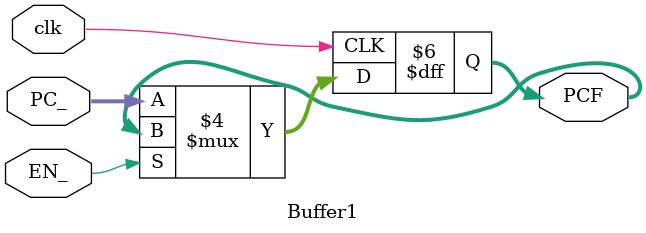
<source format=v>
`timescale 1ns / 1ps

module Buffer1 #(parameter WIDTH=32)
   (
    input [WIDTH-1:0]  PC_,
    input 	       clk,
    input 	       EN_, 
    output reg [WIDTH-1:0] PCF
    );

   initial
     PCF=0;
   
   always @(posedge clk)
	if(~EN_)
	  PCF<=PC_;
	
endmodule // Buffer1

</source>
